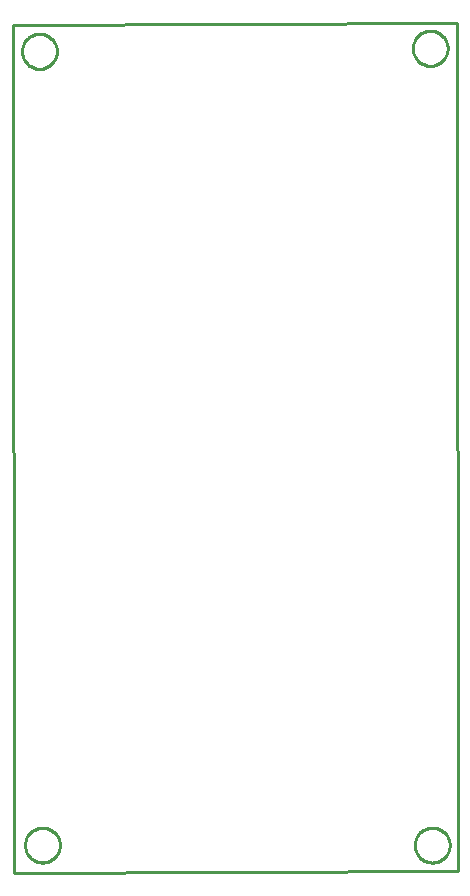
<source format=gbr>
G04 EAGLE Gerber RS-274X export*
G75*
%MOMM*%
%FSLAX66Y66*%
%LPD*%
%IN*%
%IPPOS*%
%AMOC8*
5,1,8,0,0,1.08239X$1,22.5*%
G01*
%ADD10C,0.254000*%


D10*
X25922219Y83103763D02*
X25991972Y11260684D01*
X63594181Y11430000D01*
X63524428Y83273078D01*
X25922219Y83103763D01*
X29658209Y80784978D02*
X29650694Y80679888D01*
X29635700Y80575600D01*
X29613303Y80472650D01*
X29583619Y80371559D01*
X29546800Y80272841D01*
X29503031Y80177003D01*
X29452541Y80084531D01*
X29395578Y79995897D01*
X29332438Y79911553D01*
X29263441Y79831928D01*
X29188941Y79757428D01*
X29109316Y79688431D01*
X29024972Y79625291D01*
X28936338Y79568328D01*
X28843866Y79517838D01*
X28748028Y79474069D01*
X28649309Y79437250D01*
X28548219Y79407566D01*
X28445269Y79385169D01*
X28340981Y79370175D01*
X28235891Y79362659D01*
X28130528Y79362659D01*
X28025438Y79370175D01*
X27921150Y79385169D01*
X27818200Y79407566D01*
X27717109Y79437250D01*
X27618391Y79474069D01*
X27522553Y79517838D01*
X27430081Y79568328D01*
X27341447Y79625291D01*
X27257103Y79688431D01*
X27177478Y79757428D01*
X27102978Y79831928D01*
X27033981Y79911553D01*
X26970841Y79995897D01*
X26913878Y80084531D01*
X26863388Y80177003D01*
X26819619Y80272841D01*
X26782800Y80371559D01*
X26753116Y80472650D01*
X26730719Y80575600D01*
X26715725Y80679888D01*
X26708209Y80784978D01*
X26708209Y80890341D01*
X26715725Y80995431D01*
X26730719Y81099719D01*
X26753116Y81202669D01*
X26782800Y81303759D01*
X26819619Y81402478D01*
X26863388Y81498316D01*
X26913878Y81590788D01*
X26970841Y81679422D01*
X27033981Y81763766D01*
X27102978Y81843391D01*
X27177478Y81917891D01*
X27257103Y81986888D01*
X27341447Y82050028D01*
X27430081Y82106991D01*
X27522553Y82157481D01*
X27618391Y82201250D01*
X27717109Y82238069D01*
X27818200Y82267753D01*
X27921150Y82290150D01*
X28025438Y82305144D01*
X28130528Y82312659D01*
X28235891Y82312659D01*
X28340981Y82305144D01*
X28445269Y82290150D01*
X28548219Y82267753D01*
X28649309Y82238069D01*
X28748028Y82201250D01*
X28843866Y82157481D01*
X28936338Y82106991D01*
X29024972Y82050028D01*
X29109316Y81986888D01*
X29188941Y81917891D01*
X29263441Y81843391D01*
X29332438Y81763766D01*
X29395578Y81679422D01*
X29452541Y81590788D01*
X29503031Y81498316D01*
X29546800Y81402478D01*
X29583619Y81303759D01*
X29613303Y81202669D01*
X29635700Y81099719D01*
X29650694Y80995431D01*
X29658209Y80890341D01*
X29658209Y80784978D01*
X62747759Y81038950D02*
X62740244Y80933859D01*
X62725250Y80829572D01*
X62702853Y80726622D01*
X62673169Y80625531D01*
X62636350Y80526813D01*
X62592581Y80430975D01*
X62542091Y80338503D01*
X62485128Y80249869D01*
X62421988Y80165525D01*
X62352991Y80085900D01*
X62278491Y80011400D01*
X62198866Y79942403D01*
X62114522Y79879263D01*
X62025888Y79822300D01*
X61933416Y79771809D01*
X61837578Y79728041D01*
X61738859Y79691222D01*
X61637769Y79661538D01*
X61534819Y79639141D01*
X61430531Y79624147D01*
X61325441Y79616631D01*
X61220078Y79616631D01*
X61114988Y79624147D01*
X61010700Y79639141D01*
X60907750Y79661538D01*
X60806659Y79691222D01*
X60707941Y79728041D01*
X60612103Y79771809D01*
X60519631Y79822300D01*
X60430997Y79879263D01*
X60346653Y79942403D01*
X60267028Y80011400D01*
X60192528Y80085900D01*
X60123531Y80165525D01*
X60060391Y80249869D01*
X60003428Y80338503D01*
X59952938Y80430975D01*
X59909169Y80526813D01*
X59872350Y80625531D01*
X59842666Y80726622D01*
X59820269Y80829572D01*
X59805275Y80933859D01*
X59797759Y81038950D01*
X59797759Y81144313D01*
X59805275Y81249403D01*
X59820269Y81353691D01*
X59842666Y81456641D01*
X59872350Y81557731D01*
X59909169Y81656450D01*
X59952938Y81752288D01*
X60003428Y81844759D01*
X60060391Y81933394D01*
X60123531Y82017738D01*
X60192528Y82097363D01*
X60267028Y82171863D01*
X60346653Y82240859D01*
X60430997Y82304000D01*
X60519631Y82360963D01*
X60612103Y82411453D01*
X60707941Y82455222D01*
X60806659Y82492041D01*
X60907750Y82521725D01*
X61010700Y82544122D01*
X61114988Y82559116D01*
X61220078Y82566631D01*
X61325441Y82566631D01*
X61430531Y82559116D01*
X61534819Y82544122D01*
X61637769Y82521725D01*
X61738859Y82492041D01*
X61837578Y82455222D01*
X61933416Y82411453D01*
X62025888Y82360963D01*
X62114522Y82304000D01*
X62198866Y82240859D01*
X62278491Y82171863D01*
X62352991Y82097363D01*
X62421988Y82017738D01*
X62485128Y81933394D01*
X62542091Y81844759D01*
X62592581Y81752288D01*
X62636350Y81656450D01*
X62673169Y81557731D01*
X62702853Y81456641D01*
X62725250Y81353691D01*
X62740244Y81249403D01*
X62747759Y81144313D01*
X62747759Y81038950D01*
X29912184Y13578688D02*
X29904669Y13473597D01*
X29889675Y13369309D01*
X29867278Y13266359D01*
X29837594Y13165269D01*
X29800775Y13066550D01*
X29757006Y12970713D01*
X29706516Y12878241D01*
X29649553Y12789606D01*
X29586413Y12705263D01*
X29517416Y12625638D01*
X29442916Y12551138D01*
X29363291Y12482141D01*
X29278947Y12419000D01*
X29190313Y12362038D01*
X29097841Y12311547D01*
X29002003Y12267778D01*
X28903284Y12230959D01*
X28802194Y12201275D01*
X28699244Y12178878D01*
X28594956Y12163884D01*
X28489866Y12156369D01*
X28384503Y12156369D01*
X28279413Y12163884D01*
X28175125Y12178878D01*
X28072175Y12201275D01*
X27971084Y12230959D01*
X27872366Y12267778D01*
X27776528Y12311547D01*
X27684056Y12362038D01*
X27595422Y12419000D01*
X27511078Y12482141D01*
X27431453Y12551138D01*
X27356953Y12625638D01*
X27287956Y12705263D01*
X27224816Y12789606D01*
X27167853Y12878241D01*
X27117363Y12970713D01*
X27073594Y13066550D01*
X27036775Y13165269D01*
X27007091Y13266359D01*
X26984694Y13369309D01*
X26969700Y13473597D01*
X26962184Y13578688D01*
X26962184Y13684050D01*
X26969700Y13789141D01*
X26984694Y13893428D01*
X27007091Y13996378D01*
X27036775Y14097469D01*
X27073594Y14196188D01*
X27117363Y14292025D01*
X27167853Y14384497D01*
X27224816Y14473131D01*
X27287956Y14557475D01*
X27356953Y14637100D01*
X27431453Y14711600D01*
X27511078Y14780597D01*
X27595422Y14843738D01*
X27684056Y14900700D01*
X27776528Y14951191D01*
X27872366Y14994959D01*
X27971084Y15031778D01*
X28072175Y15061463D01*
X28175125Y15083859D01*
X28279413Y15098853D01*
X28384503Y15106369D01*
X28489866Y15106369D01*
X28594956Y15098853D01*
X28699244Y15083859D01*
X28802194Y15061463D01*
X28903284Y15031778D01*
X29002003Y14994959D01*
X29097841Y14951191D01*
X29190313Y14900700D01*
X29278947Y14843738D01*
X29363291Y14780597D01*
X29442916Y14711600D01*
X29517416Y14637100D01*
X29586413Y14557475D01*
X29649553Y14473131D01*
X29706516Y14384497D01*
X29757006Y14292025D01*
X29800775Y14196188D01*
X29837594Y14097469D01*
X29867278Y13996378D01*
X29889675Y13893428D01*
X29904669Y13789141D01*
X29912184Y13684050D01*
X29912184Y13578688D01*
X62917078Y13578684D02*
X62909563Y13473594D01*
X62894569Y13369306D01*
X62872172Y13266356D01*
X62842488Y13165266D01*
X62805669Y13066547D01*
X62761900Y12970709D01*
X62711409Y12878238D01*
X62654447Y12789603D01*
X62591306Y12705259D01*
X62522309Y12625634D01*
X62447809Y12551134D01*
X62368184Y12482138D01*
X62283841Y12418997D01*
X62195206Y12362034D01*
X62102734Y12311544D01*
X62006897Y12267775D01*
X61908178Y12230956D01*
X61807088Y12201272D01*
X61704138Y12178875D01*
X61599850Y12163881D01*
X61494759Y12156366D01*
X61389397Y12156366D01*
X61284306Y12163881D01*
X61180019Y12178875D01*
X61077069Y12201272D01*
X60975978Y12230956D01*
X60877259Y12267775D01*
X60781422Y12311544D01*
X60688950Y12362034D01*
X60600316Y12418997D01*
X60515972Y12482138D01*
X60436347Y12551134D01*
X60361847Y12625634D01*
X60292850Y12705259D01*
X60229709Y12789603D01*
X60172747Y12878238D01*
X60122256Y12970709D01*
X60078488Y13066547D01*
X60041669Y13165266D01*
X60011984Y13266356D01*
X59989588Y13369306D01*
X59974594Y13473594D01*
X59967078Y13578684D01*
X59967078Y13684047D01*
X59974594Y13789138D01*
X59989588Y13893425D01*
X60011984Y13996375D01*
X60041669Y14097466D01*
X60078488Y14196184D01*
X60122256Y14292022D01*
X60172747Y14384494D01*
X60229709Y14473128D01*
X60292850Y14557472D01*
X60361847Y14637097D01*
X60436347Y14711597D01*
X60515972Y14780594D01*
X60600316Y14843734D01*
X60688950Y14900697D01*
X60781422Y14951188D01*
X60877259Y14994956D01*
X60975978Y15031775D01*
X61077069Y15061459D01*
X61180019Y15083856D01*
X61284306Y15098850D01*
X61389397Y15106366D01*
X61494759Y15106366D01*
X61599850Y15098850D01*
X61704138Y15083856D01*
X61807088Y15061459D01*
X61908178Y15031775D01*
X62006897Y14994956D01*
X62102734Y14951188D01*
X62195206Y14900697D01*
X62283841Y14843734D01*
X62368184Y14780594D01*
X62447809Y14711597D01*
X62522309Y14637097D01*
X62591306Y14557472D01*
X62654447Y14473128D01*
X62711409Y14384494D01*
X62761900Y14292022D01*
X62805669Y14196184D01*
X62842488Y14097466D01*
X62872172Y13996375D01*
X62894569Y13893425D01*
X62909563Y13789138D01*
X62917078Y13684047D01*
X62917078Y13578684D01*
M02*

</source>
